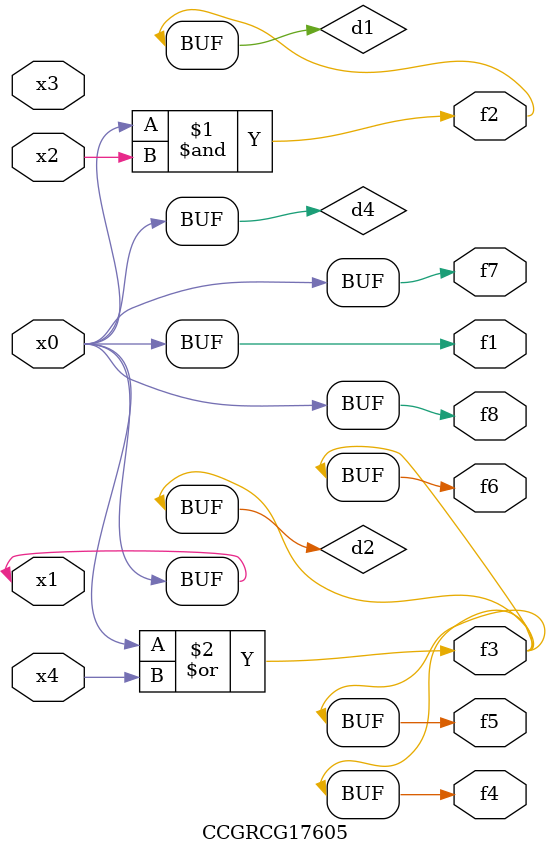
<source format=v>
module CCGRCG17605(
	input x0, x1, x2, x3, x4,
	output f1, f2, f3, f4, f5, f6, f7, f8
);

	wire d1, d2, d3, d4;

	and (d1, x0, x2);
	or (d2, x0, x4);
	nand (d3, x0, x2);
	buf (d4, x0, x1);
	assign f1 = d4;
	assign f2 = d1;
	assign f3 = d2;
	assign f4 = d2;
	assign f5 = d2;
	assign f6 = d2;
	assign f7 = d4;
	assign f8 = d4;
endmodule

</source>
